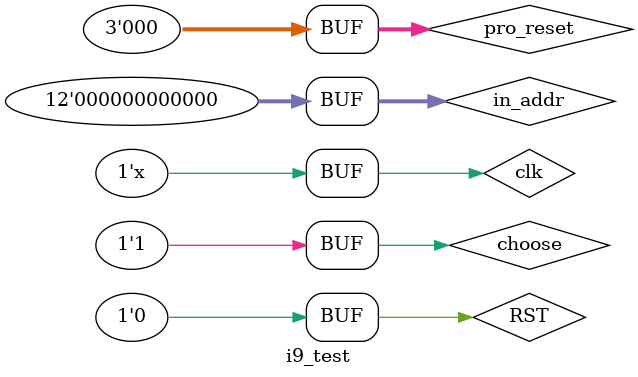
<source format=v>
module i9_test();
	reg clk,RST;
	reg [2:0]pro_reset;
	reg [11:0]in_addr;
    reg choose;
	wire [15:0]leds;
	wire [7:0]SEG;
    wire [7:0]AN;
    initial begin
    	clk = 0;
    	RST = 0;
    	pro_reset = 0;
    	in_addr = 12'b0;
        choose = 1;
        //下为iverilog+gtkwave调试所需的语句
    	$monitor("At time %t, ocnt = %d", $time, clk);
    	$dumpfile("counter_test.vcd");
		$dumpvars(0, i9test);
    end
    always #5 clk = ~clk;
	i9_7980XE i9test(clk,RST,pro_reset,in_addr,choose,leds,SEG,AN);
endmodule
</source>
